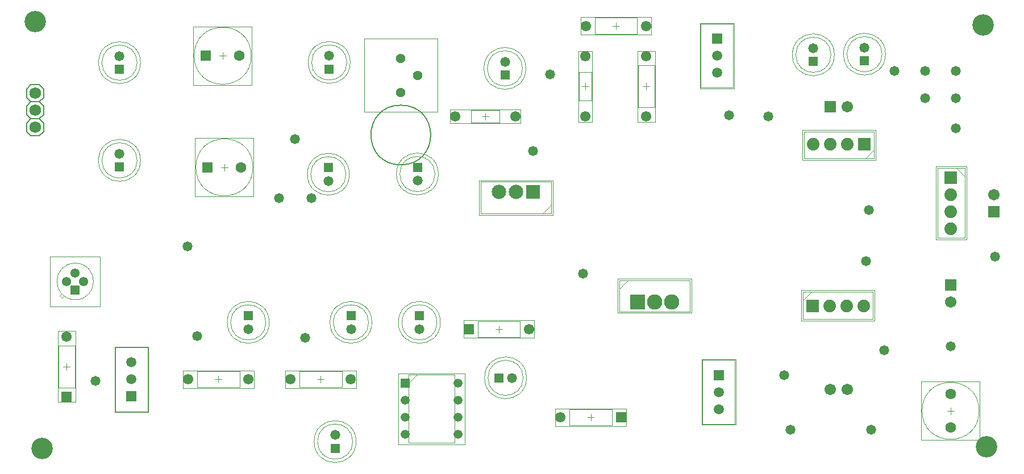
<source format=gbs>
G04*
G04 #@! TF.GenerationSoftware,Altium Limited,Altium Designer,21.2.2 (38)*
G04*
G04 Layer_Color=16711935*
%FSLAX25Y25*%
%MOIN*%
G70*
G04*
G04 #@! TF.SameCoordinates,821FD0D4-0334-4DB9-88A1-7179C856D29A*
G04*
G04*
G04 #@! TF.FilePolarity,Negative*
G04*
G01*
G75*
%ADD10C,0.00787*%
%ADD12C,0.00394*%
%ADD16C,0.00600*%
%ADD17C,0.00197*%
%ADD18R,0.05820X0.05820*%
%ADD19C,0.05820*%
%ADD20C,0.08418*%
%ADD21R,0.08418X0.08418*%
%ADD22R,0.05918X0.05918*%
%ADD23C,0.05918*%
%ADD24C,0.06706*%
%ADD25R,0.06706X0.06706*%
%ADD26R,0.06312X0.06312*%
%ADD27C,0.06312*%
%ADD28C,0.06800*%
%ADD29C,0.05453*%
%ADD30R,0.05453X0.05453*%
%ADD31C,0.06115*%
%ADD32R,0.06115X0.06115*%
%ADD33R,0.06115X0.06115*%
%ADD34R,0.05820X0.05820*%
%ADD35C,0.05261*%
%ADD36R,0.05261X0.05261*%
%ADD37C,0.07414*%
%ADD38R,0.07414X0.07414*%
%ADD39R,0.07414X0.07414*%
%ADD40R,0.06706X0.06706*%
%ADD41C,0.09009*%
%ADD42R,0.09009X0.09009*%
%ADD43C,0.05642*%
%ADD44C,0.05800*%
%ADD45C,0.12611*%
G36*
X217000Y405500D02*
X219000D01*
Y403500D01*
X217000D01*
Y405500D01*
D02*
G37*
G36*
Y415500D02*
X219000D01*
Y413500D01*
X217000D01*
Y415500D01*
D02*
G37*
G36*
Y425500D02*
X219000D01*
Y423500D01*
X217000D01*
Y425500D01*
D02*
G37*
D10*
X432500Y382453D02*
G03*
X432500Y417492I0J17520D01*
G01*
D02*
G03*
X432500Y382453I0J-17520D01*
G01*
D12*
X684835Y447063D02*
G03*
X684835Y447063I-10335J0D01*
G01*
X714835Y447437D02*
G03*
X714835Y447437I-10335J0D01*
G01*
X344732Y446500D02*
G03*
X344732Y446500I-16732J0D01*
G01*
X400335Y376937D02*
G03*
X400335Y376937I-10335J0D01*
G01*
X400835Y442563D02*
G03*
X400835Y442563I-10335J0D01*
G01*
X345732Y381000D02*
G03*
X345732Y381000I-16732J0D01*
G01*
X277835Y442437D02*
G03*
X277835Y442437I-10335J0D01*
G01*
Y385063D02*
G03*
X277835Y385063I-10335J0D01*
G01*
X241500Y324701D02*
G03*
X241500Y303299I0J-10701D01*
G01*
D02*
G03*
X241500Y324701I0J10701D01*
G01*
X353335Y289937D02*
G03*
X353335Y289937I-10335J0D01*
G01*
X453743D02*
G03*
X453743Y289937I-10335J0D01*
G01*
X452565Y377056D02*
G03*
X452565Y377056I-10335J0D01*
G01*
X504272Y257382D02*
G03*
X504272Y257382I-10335J0D01*
G01*
X771732Y238000D02*
G03*
X771732Y238000I-16732J0D01*
G01*
X413566Y289937D02*
G03*
X413566Y289937I-10335J0D01*
G01*
X404299Y219939D02*
G03*
X404299Y219939I-10335J0D01*
G01*
X503890Y439082D02*
G03*
X503890Y439082I-10335J0D01*
G01*
X515748Y353902D02*
X520748Y358902D01*
Y353902D02*
Y372406D01*
X479252D02*
X520748D01*
X479252Y353902D02*
Y372406D01*
Y353902D02*
X520748D01*
X628528Y230240D02*
Y267760D01*
X609512Y230240D02*
Y267760D01*
X628528D01*
X609512Y230240D02*
X628528D01*
X232445Y305732D02*
X233311Y306716D01*
X232445Y305732D02*
X233823Y304354D01*
X235201Y305732D01*
X265024Y275171D02*
X284040D01*
X265024Y237652D02*
X284040D01*
Y275171D01*
X265024Y237652D02*
Y275171D01*
X231776Y276402D02*
X241224D01*
Y251598D02*
Y276402D01*
X231776Y251598D02*
Y276402D01*
Y251598D02*
X241224D01*
X373098Y251776D02*
Y261224D01*
X397902D01*
X373098Y251776D02*
X397902D01*
Y261224D01*
X502402Y281276D02*
Y290724D01*
X477598Y281276D02*
X502402D01*
X477598Y290724D02*
X502402D01*
X477598Y281276D02*
Y290724D01*
X473634Y414642D02*
X490366D01*
X473634Y407358D02*
Y414642D01*
X490366Y407358D02*
Y414642D01*
X473634Y407358D02*
X490366D01*
X437069Y254075D02*
X442069Y259075D01*
X437069Y219075D02*
Y259075D01*
Y219075D02*
X464069D01*
Y259075D01*
X437069D02*
X464069D01*
X531488Y229435D02*
Y238884D01*
X556291D01*
X531488Y229435D02*
X556291D01*
Y238884D01*
X668508Y302807D02*
X673508Y307807D01*
X668508Y292020D02*
Y307807D01*
Y292020D02*
X709492D01*
Y307807D01*
X668508D02*
X709492D01*
X763307Y339508D02*
Y380492D01*
X747520Y339508D02*
X763307D01*
X747520D02*
Y380492D01*
X763307D01*
X758307D02*
X763307Y375492D01*
X560791Y309697D02*
X565791Y314697D01*
X560791Y296390D02*
Y314697D01*
Y296390D02*
X602209D01*
Y314697D01*
X560791D02*
X602209D01*
X313098Y251776D02*
Y261224D01*
X337902D01*
X313098Y251776D02*
X337902D01*
Y261224D01*
X571776Y416098D02*
X581224D01*
X571776D02*
Y440902D01*
X581224Y416098D02*
Y440902D01*
X571776D02*
X581224D01*
X571064Y459333D02*
Y468782D01*
X546260Y459333D02*
X571064D01*
X546260Y468782D02*
X571064D01*
X546260Y459333D02*
Y468782D01*
X537169Y420134D02*
Y436866D01*
Y420134D02*
X544452D01*
X537169Y436866D02*
X544452D01*
Y420134D02*
Y436866D01*
X608512Y427740D02*
X627528D01*
X608512Y465260D02*
X627528D01*
X608512Y427740D02*
Y465260D01*
X627528Y427740D02*
Y465260D01*
X704992Y386193D02*
X709992Y391193D01*
Y386193D02*
Y401980D01*
X669008D02*
X709992D01*
X669008Y386193D02*
Y401980D01*
Y386193D02*
X709992D01*
X619000Y247031D02*
Y250969D01*
X617031Y249000D02*
X620968D01*
X326031Y446500D02*
X329969D01*
X328000Y444531D02*
Y448468D01*
X329000Y379031D02*
Y382968D01*
X327031Y381000D02*
X330968D01*
X226862Y299362D02*
X256138D01*
X226862D02*
Y328638D01*
X256138D01*
Y299362D02*
Y328638D01*
X272583Y256412D02*
X276520D01*
X274551Y254443D02*
Y258380D01*
X236500Y262032D02*
Y265968D01*
X234531Y264000D02*
X238469D01*
X383531Y256500D02*
X387469D01*
X385500Y254532D02*
Y258469D01*
X488031Y286000D02*
X491968D01*
X490000Y284032D02*
Y287968D01*
X482000Y409031D02*
Y412968D01*
X480031Y411000D02*
X483968D01*
X541921Y234159D02*
X545857D01*
X543889Y232191D02*
Y236128D01*
X753031Y238000D02*
X756968D01*
X755000Y236032D02*
Y239968D01*
X323532Y256500D02*
X327468D01*
X325500Y254532D02*
Y258469D01*
X576500Y426532D02*
Y430469D01*
X574532Y428500D02*
X578469D01*
X556694Y464058D02*
X560631D01*
X558662Y462089D02*
Y466026D01*
X538842Y428500D02*
X542779D01*
X540811Y426532D02*
Y430469D01*
X616032Y446500D02*
X619969D01*
X618000Y444531D02*
Y448468D01*
X453957Y413555D02*
Y456468D01*
X411043D02*
X453957D01*
X411043Y413555D02*
Y456468D01*
Y413555D02*
X453957D01*
D16*
X223000Y422000D02*
Y427000D01*
X220500Y419500D02*
X223000Y422000D01*
X215500Y419500D02*
X220500D01*
X213000Y422000D02*
X215500Y419500D01*
X220500D02*
X223000Y417000D01*
Y412000D02*
Y417000D01*
X220500Y409500D02*
X223000Y412000D01*
X215500Y409500D02*
X220500D01*
X213000Y412000D02*
X215500Y409500D01*
X213000Y412000D02*
Y417000D01*
X215500Y419500D01*
Y429500D02*
X220500D01*
X223000Y427000D01*
X213000D02*
X215500Y429500D01*
X213000Y422000D02*
Y427000D01*
X220500Y409500D02*
X223000Y407000D01*
Y402000D02*
Y407000D01*
X220500Y399500D02*
X223000Y402000D01*
X215500Y399500D02*
X220500D01*
X213000Y402000D02*
X215500Y399500D01*
X213000Y402000D02*
Y407000D01*
X215500Y409500D01*
D17*
X686803Y447063D02*
G03*
X686803Y447063I-12303J0D01*
G01*
X716803Y447437D02*
G03*
X716803Y447437I-12303J0D01*
G01*
X402303Y376937D02*
G03*
X402303Y376937I-12303J0D01*
G01*
X402803Y442563D02*
G03*
X402803Y442563I-12303J0D01*
G01*
X279803Y442437D02*
G03*
X279803Y442437I-12303J0D01*
G01*
Y385063D02*
G03*
X279803Y385063I-12303J0D01*
G01*
X355303Y289937D02*
G03*
X355303Y289937I-12303J0D01*
G01*
X455711D02*
G03*
X455711Y289937I-12303J0D01*
G01*
X454533Y377056D02*
G03*
X454533Y377056I-12303J0D01*
G01*
X506240Y257382D02*
G03*
X506240Y257382I-12303J0D01*
G01*
X415535Y289937D02*
G03*
X415535Y289937I-12303J0D01*
G01*
X406268Y219939D02*
G03*
X406268Y219939I-12303J0D01*
G01*
X505858Y439082D02*
G03*
X505858Y439082I-12303J0D01*
G01*
X521732Y352917D02*
Y373390D01*
X478268D02*
X521732D01*
X478268Y352917D02*
Y373390D01*
Y352917D02*
X521732D01*
X628921Y229847D02*
Y268154D01*
X609118Y229847D02*
X628921D01*
X609118D02*
Y268154D01*
X628921D01*
X310874Y463626D02*
X345126D01*
X310874Y429374D02*
Y463626D01*
Y429374D02*
X345126D01*
Y463626D01*
X346126Y363874D02*
Y398126D01*
X311874Y363874D02*
X346126D01*
X311874D02*
Y398126D01*
X346126D01*
X264630Y237258D02*
X284433D01*
Y275565D01*
X264630D02*
X284433D01*
X264630Y237258D02*
Y275565D01*
X231382Y243232D02*
X241618D01*
Y284768D01*
X231382Y243232D02*
Y284768D01*
X241618D01*
X406268Y251382D02*
Y261618D01*
X364732D02*
X406268D01*
X364732Y251382D02*
X406268D01*
X364732D02*
Y261618D01*
X469232Y280882D02*
Y291118D01*
Y280882D02*
X510768D01*
X469232Y291118D02*
X510768D01*
Y280882D02*
Y291118D01*
X461232Y406965D02*
X502768D01*
X461232D02*
Y415035D01*
X502768Y406965D02*
Y415035D01*
X461232D02*
X502768D01*
X431105Y218091D02*
Y260059D01*
Y218091D02*
X470034D01*
Y260059D01*
X431105D02*
X470034D01*
X564657Y229041D02*
Y239277D01*
X523121D02*
X564657D01*
X523121Y229041D02*
X564657D01*
X523121D02*
Y239277D01*
X667524Y291035D02*
Y308791D01*
Y291035D02*
X710476D01*
Y308791D01*
X667524D02*
X710476D01*
X764291Y338524D02*
Y381476D01*
X746535Y338524D02*
X764291D01*
X746535D02*
Y381476D01*
X764291D01*
X737874Y255126D02*
X772126D01*
Y220874D02*
Y255126D01*
X737874Y220874D02*
X772126D01*
X737874D02*
Y255126D01*
X559807Y295406D02*
Y315681D01*
Y295406D02*
X603193D01*
Y315681D01*
X559807D02*
X603193D01*
X346268Y251382D02*
Y261618D01*
X304732D02*
X346268D01*
X304732Y251382D02*
X346268D01*
X304732D02*
Y261618D01*
X571382Y449268D02*
X581618D01*
X571382Y407732D02*
Y449268D01*
X581618Y407732D02*
Y449268D01*
X571382Y407732D02*
X581618D01*
X537894Y458940D02*
Y469176D01*
Y458940D02*
X579430D01*
X537894Y469176D02*
X579430D01*
Y458940D02*
Y469176D01*
X544846Y407732D02*
Y449268D01*
X536775Y407732D02*
X544846D01*
X536775Y449268D02*
X544846D01*
X536775Y407732D02*
Y449268D01*
X608118Y465654D02*
X627921D01*
X608118Y427347D02*
Y465654D01*
Y427347D02*
X627921D01*
Y465654D01*
X710976Y385209D02*
Y402965D01*
X668024D02*
X710976D01*
X668024Y385209D02*
Y402965D01*
Y385209D02*
X710976D01*
D18*
X674500Y443126D02*
D03*
X704500Y443500D02*
D03*
X390000Y380874D02*
D03*
X390500Y438626D02*
D03*
X267500Y438500D02*
D03*
Y381126D02*
D03*
X343000Y293874D02*
D03*
X443408D02*
D03*
X442230Y380993D02*
D03*
X403232Y293874D02*
D03*
X393965Y216002D02*
D03*
X493555Y435145D02*
D03*
D19*
X674500Y451000D02*
D03*
X704500Y451374D02*
D03*
X493555Y443019D02*
D03*
X390000Y373000D02*
D03*
X390500Y446500D02*
D03*
X267500Y446374D02*
D03*
Y389000D02*
D03*
X343000Y286000D02*
D03*
X443408D02*
D03*
X442230Y373119D02*
D03*
X497874Y257382D02*
D03*
X403232Y286000D02*
D03*
X393965Y223876D02*
D03*
D20*
X490000Y366500D02*
D03*
X500000D02*
D03*
D21*
X510000D02*
D03*
D22*
X619000Y259000D02*
D03*
X274551Y246412D02*
D03*
X618000Y456500D02*
D03*
D23*
X619000Y249000D02*
D03*
Y239000D02*
D03*
X274551Y266412D02*
D03*
Y256412D02*
D03*
X618000Y436500D02*
D03*
Y446500D02*
D03*
D24*
X755000Y302000D02*
D03*
X694500Y416500D02*
D03*
Y250500D02*
D03*
X684500D02*
D03*
X780500Y365000D02*
D03*
D25*
X755000Y312000D02*
D03*
X780500Y355000D02*
D03*
D26*
X318158Y446500D02*
D03*
X319158Y381000D02*
D03*
D27*
X337842Y446500D02*
D03*
X338843Y381000D02*
D03*
X755000Y247843D02*
D03*
Y228157D02*
D03*
D28*
X218000Y424500D02*
D03*
Y414500D02*
D03*
Y404500D02*
D03*
D29*
X236500Y314000D02*
D03*
X241500Y319000D02*
D03*
X246500Y314000D02*
D03*
D30*
X241500Y309000D02*
D03*
D31*
X236500Y281716D02*
D03*
X367783Y256500D02*
D03*
X403217D02*
D03*
X507717Y286000D02*
D03*
X499717Y411000D02*
D03*
X464284D02*
D03*
X526172Y234159D02*
D03*
X307784Y256500D02*
D03*
X343216D02*
D03*
X576500Y410783D02*
D03*
Y446216D02*
D03*
X576379Y464058D02*
D03*
X540945D02*
D03*
X540811Y446216D02*
D03*
Y410783D02*
D03*
D32*
X236500Y246284D02*
D03*
D33*
X472284Y286000D02*
D03*
X561606Y234159D02*
D03*
D34*
X490000Y257382D02*
D03*
D35*
X466195Y254075D02*
D03*
Y244075D02*
D03*
Y234075D02*
D03*
Y224075D02*
D03*
X434943D02*
D03*
Y234075D02*
D03*
Y244075D02*
D03*
D36*
Y254075D02*
D03*
D37*
X704000Y299500D02*
D03*
X694000D02*
D03*
X684000D02*
D03*
X755000Y365000D02*
D03*
Y355000D02*
D03*
Y345000D02*
D03*
X674500Y394500D02*
D03*
X684500D02*
D03*
X694500D02*
D03*
D38*
X674000Y299500D02*
D03*
X704500Y394500D02*
D03*
D39*
X755000Y375000D02*
D03*
D40*
X684500Y416500D02*
D03*
D41*
X591500Y302000D02*
D03*
X581500D02*
D03*
D42*
X571500D02*
D03*
D43*
X432500Y425020D02*
D03*
X442480Y435012D02*
D03*
X432500Y445000D02*
D03*
D44*
X539500Y318500D02*
D03*
X705500Y326000D02*
D03*
X510000Y390500D02*
D03*
X520000Y435500D02*
D03*
X253500Y255500D02*
D03*
X307500Y334500D02*
D03*
X313000Y282000D02*
D03*
X648000Y411000D02*
D03*
X625000Y411500D02*
D03*
X707000Y356000D02*
D03*
X661000Y227000D02*
D03*
X708500D02*
D03*
X755000Y276000D02*
D03*
X722000Y437500D02*
D03*
X740000Y421500D02*
D03*
Y437500D02*
D03*
X758000D02*
D03*
Y421500D02*
D03*
X781000Y328500D02*
D03*
X716000Y273500D02*
D03*
X657500Y259000D02*
D03*
X758000Y404000D02*
D03*
X361000Y363000D02*
D03*
X380000D02*
D03*
X370500Y397500D02*
D03*
X376500Y281000D02*
D03*
D45*
X774000Y464500D02*
D03*
X776000Y217000D02*
D03*
X222000Y216000D02*
D03*
X218000Y466500D02*
D03*
M02*

</source>
